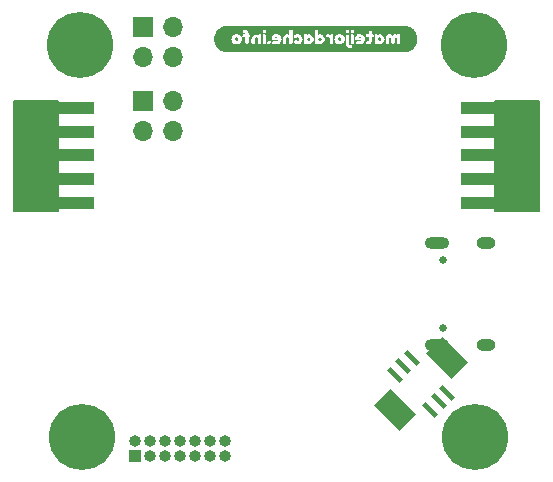
<source format=gbr>
%TF.GenerationSoftware,KiCad,Pcbnew,7.0.5-0*%
%TF.CreationDate,2023-07-12T10:20:26-04:00*%
%TF.ProjectId,stm32g431-mt6701-stspin233,73746d33-3267-4343-9331-2d6d74363730,rev?*%
%TF.SameCoordinates,Original*%
%TF.FileFunction,Soldermask,Bot*%
%TF.FilePolarity,Negative*%
%FSLAX46Y46*%
G04 Gerber Fmt 4.6, Leading zero omitted, Abs format (unit mm)*
G04 Created by KiCad (PCBNEW 7.0.5-0) date 2023-07-12 10:20:26*
%MOMM*%
%LPD*%
G01*
G04 APERTURE LIST*
G04 Aperture macros list*
%AMRotRect*
0 Rectangle, with rotation*
0 The origin of the aperture is its center*
0 $1 length*
0 $2 width*
0 $3 Rotation angle, in degrees counterclockwise*
0 Add horizontal line*
21,1,$1,$2,0,0,$3*%
G04 Aperture macros list end*
%ADD10C,0.150000*%
%ADD11C,5.600000*%
%ADD12R,1.000000X1.000000*%
%ADD13O,1.000000X1.000000*%
%ADD14C,0.650000*%
%ADD15O,2.100000X1.000000*%
%ADD16O,1.600000X1.000000*%
%ADD17R,4.000000X1.000000*%
%ADD18R,1.700000X1.700000*%
%ADD19O,1.700000X1.700000*%
%ADD20RotRect,0.400000X1.500000X45.000000*%
%ADD21RotRect,2.000000X3.000000X45.000000*%
%ADD22RotRect,0.400000X1.500000X225.000000*%
%ADD23RotRect,2.000000X3.000000X225.000000*%
G04 APERTURE END LIST*
D10*
X146800000Y-55350000D02*
X150525000Y-55350000D01*
X150525000Y-64700000D01*
X146800000Y-64700000D01*
X146800000Y-55350000D01*
G36*
X146800000Y-55350000D02*
G01*
X150525000Y-55350000D01*
X150525000Y-64700000D01*
X146800000Y-64700000D01*
X146800000Y-55350000D01*
G37*
X106050000Y-55375000D02*
X109800000Y-55375000D01*
X109800000Y-64725000D01*
X106050000Y-64725000D01*
X106050000Y-55375000D01*
G36*
X106050000Y-55375000D02*
G01*
X109800000Y-55375000D01*
X109800000Y-64725000D01*
X106050000Y-64725000D01*
X106050000Y-55375000D01*
G37*
%TO.C,kibuzzard-649DBE26*%
G36*
X135415556Y-49999588D02*
G01*
X135466356Y-50089281D01*
X135266331Y-50089281D01*
X135206006Y-50038481D01*
X135233788Y-49979744D01*
X135313163Y-49957519D01*
X135415556Y-49999588D01*
G37*
G36*
X128346419Y-49999588D02*
G01*
X128397219Y-50089281D01*
X128197194Y-50089281D01*
X128136869Y-50038481D01*
X128164650Y-49979744D01*
X128244025Y-49957519D01*
X128346419Y-49999588D01*
G37*
G36*
X137103863Y-50046419D02*
G01*
X137142756Y-50143256D01*
X137101481Y-50237713D01*
X137001469Y-50279781D01*
X136903838Y-50236919D01*
X136864944Y-50142463D01*
X136902250Y-50046419D01*
X137002263Y-50001969D01*
X137103863Y-50046419D01*
G37*
G36*
X132045294Y-50047213D02*
G01*
X132083394Y-50143256D01*
X132042119Y-50238506D01*
X131942106Y-50281369D01*
X131844475Y-50238506D01*
X131805581Y-50144050D01*
X131842887Y-50048006D01*
X131943694Y-50003556D01*
X132045294Y-50047213D01*
G37*
G36*
X131103112Y-50046419D02*
G01*
X131142006Y-50143256D01*
X131100731Y-50237713D01*
X131000719Y-50279781D01*
X130903087Y-50236919D01*
X130864194Y-50142463D01*
X130901500Y-50046419D01*
X131001512Y-50001969D01*
X131103112Y-50046419D01*
G37*
G36*
X133716931Y-50024194D02*
G01*
X133753841Y-50073208D01*
X133766144Y-50140875D01*
X133753444Y-50208344D01*
X133715344Y-50256763D01*
X133612156Y-50295656D01*
X133507381Y-50255969D01*
X133468091Y-50206756D01*
X133454994Y-50138494D01*
X133467297Y-50070628D01*
X133504206Y-50022606D01*
X133610569Y-49984506D01*
X133716931Y-50024194D01*
G37*
G36*
X124995206Y-50024194D02*
G01*
X125032116Y-50073208D01*
X125044419Y-50140875D01*
X125031719Y-50208344D01*
X124993619Y-50256763D01*
X124890431Y-50295656D01*
X124785656Y-50255969D01*
X124746366Y-50206756D01*
X124733269Y-50138494D01*
X124745572Y-50070628D01*
X124782481Y-50022606D01*
X124888844Y-49984506D01*
X124995206Y-50024194D01*
G37*
G36*
X139188744Y-49005146D02*
G01*
X139297978Y-49021349D01*
X139405097Y-49048181D01*
X139509071Y-49085383D01*
X139608898Y-49132598D01*
X139703616Y-49189370D01*
X139792313Y-49255152D01*
X139874136Y-49329312D01*
X139948296Y-49411134D01*
X140014078Y-49499832D01*
X140070850Y-49594550D01*
X140118065Y-49694377D01*
X140155267Y-49798351D01*
X140182099Y-49905470D01*
X140198302Y-50014704D01*
X140203721Y-50125000D01*
X140198302Y-50235296D01*
X140182099Y-50344530D01*
X140155267Y-50451649D01*
X140118065Y-50555623D01*
X140070850Y-50655450D01*
X140014078Y-50750168D01*
X139948296Y-50838866D01*
X139874136Y-50920688D01*
X139792313Y-50994848D01*
X139703616Y-51060630D01*
X139608898Y-51117402D01*
X139509071Y-51164617D01*
X139405097Y-51201819D01*
X139297978Y-51228651D01*
X139188744Y-51244854D01*
X139078448Y-51250273D01*
X138747719Y-51250273D01*
X137663456Y-51250273D01*
X136702225Y-51250273D01*
X136007694Y-51250273D01*
X135310781Y-51250273D01*
X134561481Y-51250273D01*
X133610569Y-51250273D01*
X132932706Y-51250273D01*
X131674613Y-51250273D01*
X130701475Y-51250273D01*
X130041869Y-51250273D01*
X128935381Y-51250273D01*
X128241644Y-51250273D01*
X127624900Y-51250273D01*
X127244694Y-51250273D01*
X126282669Y-51250273D01*
X125771494Y-51250273D01*
X124888844Y-51250273D01*
X124452281Y-51250273D01*
X124121552Y-51250273D01*
X124011256Y-51244854D01*
X123902022Y-51228651D01*
X123794903Y-51201819D01*
X123690929Y-51164617D01*
X123591102Y-51117402D01*
X123496384Y-51060630D01*
X123407687Y-50994848D01*
X123325864Y-50920688D01*
X123251704Y-50838866D01*
X123185922Y-50750168D01*
X123129150Y-50655450D01*
X123081935Y-50555623D01*
X123044733Y-50451649D01*
X123017901Y-50344530D01*
X123001698Y-50235296D01*
X122997098Y-50141669D01*
X124452281Y-50141669D01*
X124469347Y-50266089D01*
X124520544Y-50375825D01*
X124596148Y-50464725D01*
X124686437Y-50526638D01*
X124785855Y-50562952D01*
X124888844Y-50575056D01*
X124992031Y-50562158D01*
X125092044Y-50523463D01*
X125182730Y-50459566D01*
X125257937Y-50371063D01*
X125308539Y-50263708D01*
X125325406Y-50143256D01*
X125310590Y-50023665D01*
X125266140Y-49918890D01*
X125222126Y-49865444D01*
X125388906Y-49865444D01*
X125399225Y-49944025D01*
X125431769Y-49986094D01*
X125528606Y-50005144D01*
X125630206Y-49998794D01*
X125630206Y-50424244D01*
X125645287Y-50513938D01*
X125691325Y-50552831D01*
X125771494Y-50562356D01*
X125850075Y-50552037D01*
X125892144Y-50518700D01*
X125907225Y-50476631D01*
X125909606Y-50421069D01*
X126142969Y-50421069D01*
X126145350Y-50475838D01*
X126158844Y-50516319D01*
X126200912Y-50548466D01*
X126282669Y-50559181D01*
X126371569Y-50544497D01*
X126412844Y-50500444D01*
X126422369Y-50419481D01*
X126422369Y-50140081D01*
X126459675Y-50038481D01*
X126559687Y-50001969D01*
X126661287Y-50040069D01*
X126700181Y-50140081D01*
X126700181Y-50421069D01*
X126702562Y-50475838D01*
X126717644Y-50516319D01*
X126758522Y-50548466D01*
X126839881Y-50559181D01*
X126920447Y-50548466D01*
X126962119Y-50516319D01*
X126975612Y-50474250D01*
X126977856Y-50422656D01*
X127104994Y-50422656D01*
X127107375Y-50477425D01*
X127122456Y-50519494D01*
X127163334Y-50550450D01*
X127244694Y-50560769D01*
X127325259Y-50550053D01*
X127366931Y-50517906D01*
X127380425Y-50476631D01*
X127382806Y-50421069D01*
X127382806Y-50416306D01*
X127485994Y-50416306D01*
X127488375Y-50472663D01*
X127505044Y-50516319D01*
X127546914Y-50550847D01*
X127624900Y-50562356D01*
X127704672Y-50554816D01*
X127751900Y-50532194D01*
X127782856Y-50417894D01*
X127782856Y-50411544D01*
X127780475Y-50355981D01*
X127765394Y-50313119D01*
X127723523Y-50277400D01*
X127645537Y-50265494D01*
X127564377Y-50273828D01*
X127512981Y-50298831D01*
X127485994Y-50409956D01*
X127485994Y-50416306D01*
X127382806Y-50416306D01*
X127382806Y-50042450D01*
X127862231Y-50042450D01*
X127874336Y-50127381D01*
X127910650Y-50186912D01*
X128017806Y-50233744D01*
X128394044Y-50233744D01*
X128341656Y-50308356D01*
X128236881Y-50338519D01*
X128154728Y-50333756D01*
X128092419Y-50319469D01*
X128074956Y-50313119D01*
X128011456Y-50295656D01*
X127924144Y-50367094D01*
X127903506Y-50440119D01*
X127924640Y-50501932D01*
X127988041Y-50546084D01*
X128093709Y-50572576D01*
X128241644Y-50581406D01*
X128352570Y-50571286D01*
X128450400Y-50540925D01*
X128531561Y-50493895D01*
X128592481Y-50433769D01*
X128599413Y-50422656D01*
X128795681Y-50422656D01*
X128798062Y-50477425D01*
X128813144Y-50519494D01*
X128854022Y-50550450D01*
X128935381Y-50560769D01*
X129013962Y-50550450D01*
X129056031Y-50519494D01*
X129071112Y-50476631D01*
X129073494Y-50419481D01*
X129073494Y-50141669D01*
X129110006Y-50040069D01*
X129202875Y-50003556D01*
X129302094Y-50037687D01*
X129351306Y-50114681D01*
X129351306Y-50422656D01*
X129353687Y-50477425D01*
X129368769Y-50519494D01*
X129409647Y-50550450D01*
X129491006Y-50560769D01*
X129571572Y-50550053D01*
X129613244Y-50517906D01*
X129626737Y-50476631D01*
X129629119Y-50421069D01*
X129629119Y-50392494D01*
X129732306Y-50392494D01*
X129754134Y-50450834D01*
X129819619Y-50505206D01*
X129920425Y-50552831D01*
X130041869Y-50568706D01*
X130139059Y-50556888D01*
X130233780Y-50521434D01*
X130326031Y-50462344D01*
X130368751Y-50419481D01*
X130576856Y-50419481D01*
X130579237Y-50474250D01*
X130592731Y-50516319D01*
X130631030Y-50547275D01*
X130701475Y-50557594D01*
X130817362Y-50536163D01*
X130851494Y-50473456D01*
X130929877Y-50536559D01*
X131047550Y-50557594D01*
X131136891Y-50543659D01*
X131221822Y-50501855D01*
X131302344Y-50432181D01*
X131310575Y-50421069D01*
X131523006Y-50421069D01*
X131525387Y-50475838D01*
X131540469Y-50516319D01*
X131585911Y-50548466D01*
X131674613Y-50559181D01*
X131760536Y-50539734D01*
X131797644Y-50481394D01*
X131877416Y-50538544D01*
X131983381Y-50557594D01*
X132075809Y-50543747D01*
X132162592Y-50502208D01*
X132243731Y-50432975D01*
X132308995Y-50345310D01*
X132348153Y-50248472D01*
X132361206Y-50142463D01*
X132348065Y-50036365D01*
X132308642Y-49939263D01*
X132242937Y-49851156D01*
X132229954Y-49840044D01*
X132432644Y-49840044D01*
X132462806Y-49951169D01*
X132550119Y-50011494D01*
X132604887Y-49998794D01*
X132673944Y-49986094D01*
X132754112Y-50016256D01*
X132791419Y-50089281D01*
X132791419Y-50422656D01*
X132793800Y-50477425D01*
X132808881Y-50519494D01*
X132851744Y-50550450D01*
X132932706Y-50560769D01*
X133042244Y-50533781D01*
X133070819Y-50465519D01*
X133070819Y-50419481D01*
X133070819Y-50141669D01*
X133174006Y-50141669D01*
X133191072Y-50266089D01*
X133242269Y-50375825D01*
X133317873Y-50464725D01*
X133408163Y-50526638D01*
X133507580Y-50562952D01*
X133610569Y-50575056D01*
X133713756Y-50562158D01*
X133813769Y-50523463D01*
X133830668Y-50511556D01*
X134150319Y-50511556D01*
X134164606Y-50627091D01*
X134207469Y-50726045D01*
X134278906Y-50808419D01*
X134367453Y-50870155D01*
X134461645Y-50907197D01*
X134561481Y-50919544D01*
X134615456Y-50917163D01*
X134655144Y-50903669D01*
X134686100Y-50863584D01*
X134696419Y-50787781D01*
X134690069Y-50731074D01*
X134687886Y-50711581D01*
X134662288Y-50670306D01*
X134570213Y-50646494D01*
X134467819Y-50614744D01*
X134434481Y-50570294D01*
X134423369Y-50500444D01*
X134423369Y-50422656D01*
X134550369Y-50422656D01*
X134552750Y-50477425D01*
X134567831Y-50519494D01*
X134608709Y-50550450D01*
X134690069Y-50560769D01*
X134770634Y-50550053D01*
X134812306Y-50517906D01*
X134825800Y-50476631D01*
X134828181Y-50421069D01*
X134828181Y-50042450D01*
X134931369Y-50042450D01*
X134943473Y-50127381D01*
X134979788Y-50186912D01*
X135086944Y-50233744D01*
X135463181Y-50233744D01*
X135410794Y-50308356D01*
X135306019Y-50338519D01*
X135223866Y-50333756D01*
X135161556Y-50319469D01*
X135144094Y-50313119D01*
X135080594Y-50295656D01*
X134993281Y-50367094D01*
X134972644Y-50440119D01*
X134993777Y-50501932D01*
X135057178Y-50546084D01*
X135162846Y-50572576D01*
X135310781Y-50581406D01*
X135421708Y-50571286D01*
X135519538Y-50540925D01*
X135600698Y-50493895D01*
X135661619Y-50433769D01*
X135717181Y-50344692D01*
X135750519Y-50248913D01*
X135761631Y-50146431D01*
X135747256Y-50021989D01*
X135704128Y-49915362D01*
X135665012Y-49867031D01*
X135825131Y-49867031D01*
X135835847Y-49947597D01*
X135867994Y-49989269D01*
X135910063Y-50002763D01*
X135964831Y-50005144D01*
X136068019Y-49998794D01*
X136068019Y-50217869D01*
X136054525Y-50279781D01*
X136003725Y-50298831D01*
X135946575Y-50301213D01*
X135904506Y-50316294D01*
X135867994Y-50422656D01*
X135879106Y-50503222D01*
X135912444Y-50544894D01*
X135954513Y-50558388D01*
X136007694Y-50560769D01*
X136108941Y-50552478D01*
X136192549Y-50527608D01*
X136258519Y-50486156D01*
X136306144Y-50424949D01*
X136308001Y-50419481D01*
X136577606Y-50419481D01*
X136579988Y-50474250D01*
X136593481Y-50516319D01*
X136631780Y-50547275D01*
X136702225Y-50557594D01*
X136818113Y-50536163D01*
X136852244Y-50473456D01*
X136930627Y-50536559D01*
X137048300Y-50557594D01*
X137137641Y-50543659D01*
X137222572Y-50501855D01*
X137303094Y-50432181D01*
X137311325Y-50421069D01*
X137523756Y-50421069D01*
X137526138Y-50475838D01*
X137541219Y-50517906D01*
X137582097Y-50550053D01*
X137663456Y-50560769D01*
X137744022Y-50549656D01*
X137785694Y-50516319D01*
X137799188Y-50474250D01*
X137801569Y-50419481D01*
X137801569Y-50141669D01*
X137826175Y-50038084D01*
X137899994Y-50003556D01*
X137975400Y-50040069D01*
X137995244Y-50143256D01*
X137995244Y-50421069D01*
X137997625Y-50476631D01*
X138012706Y-50517906D01*
X138054775Y-50550053D01*
X138136531Y-50560769D01*
X138217097Y-50549656D01*
X138258769Y-50516319D01*
X138272263Y-50474250D01*
X138274644Y-50419481D01*
X138274644Y-50141669D01*
X138299250Y-50038084D01*
X138373069Y-50003556D01*
X138444506Y-50038084D01*
X138468319Y-50141669D01*
X138468319Y-50422656D01*
X138470700Y-50477425D01*
X138485781Y-50519494D01*
X138528644Y-50550450D01*
X138609606Y-50560769D01*
X138690172Y-50550053D01*
X138731844Y-50517906D01*
X138745338Y-50476631D01*
X138747719Y-50421069D01*
X138747719Y-49862269D01*
X138745338Y-49807500D01*
X138730256Y-49767019D01*
X138690172Y-49734872D01*
X138617544Y-49724156D01*
X138501656Y-49752731D01*
X138474669Y-49835281D01*
X138392516Y-49750747D01*
X138295281Y-49722569D01*
X138196503Y-49737915D01*
X138116070Y-49783952D01*
X138053981Y-49860681D01*
X138011913Y-49810675D01*
X137933331Y-49753525D01*
X137822206Y-49722569D01*
X137705525Y-49746977D01*
X137609481Y-49820200D01*
X137561856Y-49899487D01*
X137533281Y-50007172D01*
X137523756Y-50143256D01*
X137523756Y-50421069D01*
X137311325Y-50421069D01*
X137368358Y-50344075D01*
X137407516Y-50246973D01*
X137420569Y-50140875D01*
X137407428Y-50034865D01*
X137368005Y-49938028D01*
X137302300Y-49850362D01*
X137220897Y-49781130D01*
X137134378Y-49739590D01*
X137042744Y-49725744D01*
X136944319Y-49744794D01*
X136882406Y-49780513D01*
X136853831Y-49813056D01*
X136817716Y-49746381D01*
X136728419Y-49724156D01*
X136636344Y-49733681D01*
X136594275Y-49767019D01*
X136579988Y-49809087D01*
X136577606Y-49863856D01*
X136577606Y-50419481D01*
X136308001Y-50419481D01*
X136334719Y-50340812D01*
X136344244Y-50233744D01*
X136344244Y-49998794D01*
X136409331Y-50003556D01*
X136467275Y-49976569D01*
X136490294Y-49884494D01*
X136482356Y-49790037D01*
X136460131Y-49747969D01*
X136396631Y-49727331D01*
X136344244Y-49733681D01*
X136344244Y-49570169D01*
X136341863Y-49516194D01*
X136326781Y-49478094D01*
X136285903Y-49448328D01*
X136204544Y-49438406D01*
X136118422Y-49453091D01*
X136075956Y-49497144D01*
X136068019Y-49578106D01*
X136068019Y-49733681D01*
X135962450Y-49727331D01*
X135908475Y-49729713D01*
X135866406Y-49744794D01*
X135835450Y-49785672D01*
X135825131Y-49867031D01*
X135665012Y-49867031D01*
X135632250Y-49826550D01*
X135538852Y-49759963D01*
X135431167Y-49720011D01*
X135309194Y-49706694D01*
X135206205Y-49716417D01*
X135117900Y-49745587D01*
X135044280Y-49794205D01*
X134985344Y-49862269D01*
X134944863Y-49948589D01*
X134931369Y-50042450D01*
X134828181Y-50042450D01*
X134828181Y-49863856D01*
X134825800Y-49809087D01*
X134812306Y-49767019D01*
X134770238Y-49736063D01*
X134689275Y-49725844D01*
X134688481Y-49725744D01*
X134580531Y-49752731D01*
X134551956Y-49820994D01*
X134550369Y-49867031D01*
X134550369Y-50422656D01*
X134423369Y-50422656D01*
X134423369Y-49846394D01*
X134408288Y-49764638D01*
X134363838Y-49728919D01*
X134288431Y-49719779D01*
X134285256Y-49719394D01*
X134207469Y-49728919D01*
X134166988Y-49761463D01*
X134152700Y-49802737D01*
X134150319Y-49857506D01*
X134150319Y-50511556D01*
X133830668Y-50511556D01*
X133904455Y-50459566D01*
X133979663Y-50371063D01*
X134030264Y-50263708D01*
X134047131Y-50143256D01*
X134032315Y-50023665D01*
X133987865Y-49918890D01*
X133913781Y-49828931D01*
X133820648Y-49760140D01*
X133719048Y-49718865D01*
X133608981Y-49705106D01*
X133499091Y-49718776D01*
X133398020Y-49759787D01*
X133305769Y-49828137D01*
X133232567Y-49917655D01*
X133188647Y-50022165D01*
X133174006Y-50141669D01*
X133070819Y-50141669D01*
X133070819Y-49862269D01*
X133068438Y-49807500D01*
X133054944Y-49767019D01*
X133012875Y-49734872D01*
X132931119Y-49724156D01*
X132853728Y-49733284D01*
X132812056Y-49760669D01*
X132794594Y-49813056D01*
X132771575Y-49786069D01*
X132707281Y-49743206D01*
X132620763Y-49716219D01*
X132558056Y-49720188D01*
X132502494Y-49733681D01*
X132452488Y-49766225D01*
X132432644Y-49840044D01*
X132229954Y-49840044D01*
X132161534Y-49781483D01*
X132075015Y-49739678D01*
X131983381Y-49725744D01*
X131879003Y-49745587D01*
X131800819Y-49805119D01*
X131800819Y-49476506D01*
X134150319Y-49476506D01*
X134152700Y-49528894D01*
X134167781Y-49568581D01*
X134209850Y-49599537D01*
X134288431Y-49608269D01*
X134366219Y-49598744D01*
X134406700Y-49566200D01*
X134420988Y-49524925D01*
X134423231Y-49473331D01*
X134550369Y-49473331D01*
X134552750Y-49528100D01*
X134567038Y-49569375D01*
X134609106Y-49601919D01*
X134689275Y-49611444D01*
X134769444Y-49601919D01*
X134811513Y-49568581D01*
X134825800Y-49526512D01*
X134828181Y-49471744D01*
X134825800Y-49416975D01*
X134812306Y-49376494D01*
X134770238Y-49344347D01*
X134688481Y-49333631D01*
X134608313Y-49344347D01*
X134567831Y-49376494D01*
X134552750Y-49418563D01*
X134550369Y-49473331D01*
X134423231Y-49473331D01*
X134423369Y-49470156D01*
X134420988Y-49416181D01*
X134407494Y-49376494D01*
X134365822Y-49345537D01*
X134285256Y-49335219D01*
X134207866Y-49345537D01*
X134166194Y-49376494D01*
X134152700Y-49414594D01*
X134150319Y-49466981D01*
X134150319Y-49476506D01*
X131800819Y-49476506D01*
X131800819Y-49471744D01*
X131798438Y-49416975D01*
X131784150Y-49375700D01*
X131742081Y-49343156D01*
X131661912Y-49333631D01*
X131581744Y-49343156D01*
X131539675Y-49376494D01*
X131525387Y-49418563D01*
X131523006Y-49473331D01*
X131523006Y-50421069D01*
X131310575Y-50421069D01*
X131367608Y-50344075D01*
X131406766Y-50246973D01*
X131419819Y-50140875D01*
X131406678Y-50034865D01*
X131367255Y-49938028D01*
X131301550Y-49850362D01*
X131220147Y-49781130D01*
X131133628Y-49739590D01*
X131041994Y-49725744D01*
X130943569Y-49744794D01*
X130881656Y-49780513D01*
X130853081Y-49813056D01*
X130816966Y-49746381D01*
X130727669Y-49724156D01*
X130635594Y-49733681D01*
X130593525Y-49767019D01*
X130579237Y-49809087D01*
X130576856Y-49863856D01*
X130576856Y-50419481D01*
X130368751Y-50419481D01*
X130385166Y-50403011D01*
X130432394Y-50326613D01*
X130463350Y-50237316D01*
X130473669Y-50139288D01*
X130463350Y-50041656D01*
X130432394Y-49953550D01*
X130385166Y-49878342D01*
X130326031Y-49819406D01*
X130236249Y-49761198D01*
X130142587Y-49726273D01*
X130045044Y-49714631D01*
X129927569Y-49731300D01*
X129843431Y-49763844D01*
X129818031Y-49779719D01*
X129773581Y-49809881D01*
X129732306Y-49882113D01*
X129765644Y-49973394D01*
X129821603Y-50038878D01*
X129875181Y-50060706D01*
X129960906Y-50025781D01*
X130042662Y-49998794D01*
X130141881Y-50036894D01*
X130187919Y-50142463D01*
X130143469Y-50247237D01*
X130049012Y-50284544D01*
X129955350Y-50255175D01*
X129884706Y-50225806D01*
X129831922Y-50246841D01*
X129768819Y-50309944D01*
X129732306Y-50392494D01*
X129629119Y-50392494D01*
X129629119Y-49471744D01*
X129626737Y-49416975D01*
X129613244Y-49376494D01*
X129571175Y-49344347D01*
X129489419Y-49333631D01*
X129409250Y-49344347D01*
X129368769Y-49376494D01*
X129353687Y-49418563D01*
X129351306Y-49473331D01*
X129351306Y-49824169D01*
X129265184Y-49751541D01*
X129165569Y-49727331D01*
X129065644Y-49740737D01*
X128977538Y-49780953D01*
X128901250Y-49847981D01*
X128842601Y-49934412D01*
X128807411Y-50032837D01*
X128795681Y-50143256D01*
X128795681Y-50422656D01*
X128599413Y-50422656D01*
X128648044Y-50344692D01*
X128681381Y-50248913D01*
X128692494Y-50146431D01*
X128678118Y-50021989D01*
X128634991Y-49915362D01*
X128563112Y-49826550D01*
X128469715Y-49759963D01*
X128362029Y-49720011D01*
X128240056Y-49706694D01*
X128137067Y-49716417D01*
X128048762Y-49745587D01*
X127975142Y-49794205D01*
X127916206Y-49862269D01*
X127875725Y-49948589D01*
X127862231Y-50042450D01*
X127382806Y-50042450D01*
X127382806Y-49863856D01*
X127380425Y-49809087D01*
X127366931Y-49767019D01*
X127324862Y-49736063D01*
X127243900Y-49725844D01*
X127243106Y-49725744D01*
X127135156Y-49752731D01*
X127106581Y-49820994D01*
X127104994Y-49867031D01*
X127104994Y-50422656D01*
X126977856Y-50422656D01*
X126977994Y-50419481D01*
X126977994Y-49857506D01*
X126975612Y-49804325D01*
X126960531Y-49763844D01*
X126918859Y-49734078D01*
X126838294Y-49724156D01*
X126760109Y-49733284D01*
X126719231Y-49760669D01*
X126703356Y-49825756D01*
X126674781Y-49794006D01*
X126631919Y-49760669D01*
X126512856Y-49724156D01*
X126412932Y-49737650D01*
X126324826Y-49778131D01*
X126248537Y-49845600D01*
X126189888Y-49932472D01*
X126154699Y-50031161D01*
X126142969Y-50141669D01*
X126142969Y-50421069D01*
X125909606Y-50421069D01*
X125909606Y-50000381D01*
X125966756Y-50000381D01*
X126025494Y-49981331D01*
X126055656Y-49865444D01*
X126032241Y-49767813D01*
X125961994Y-49735269D01*
X125909606Y-49735269D01*
X125909606Y-49651131D01*
X125887778Y-49534648D01*
X125849527Y-49473331D01*
X127104994Y-49473331D01*
X127107375Y-49528100D01*
X127121662Y-49569375D01*
X127163731Y-49601919D01*
X127243900Y-49611444D01*
X127324069Y-49601919D01*
X127366137Y-49568581D01*
X127380425Y-49526512D01*
X127382806Y-49471744D01*
X127380425Y-49416975D01*
X127366931Y-49376494D01*
X127324862Y-49344347D01*
X127243106Y-49333631D01*
X127162937Y-49344347D01*
X127122456Y-49376494D01*
X127107375Y-49418563D01*
X127104994Y-49473331D01*
X125849527Y-49473331D01*
X125822294Y-49429675D01*
X125755442Y-49374553D01*
X125671305Y-49341481D01*
X125569881Y-49330456D01*
X125515112Y-49332837D01*
X125473044Y-49347919D01*
X125440897Y-49388797D01*
X125430181Y-49470156D01*
X125457169Y-49579694D01*
X125527019Y-49608269D01*
X125571469Y-49608269D01*
X125630206Y-49647956D01*
X125630206Y-49735269D01*
X125527019Y-49725744D01*
X125440103Y-49740825D01*
X125398431Y-49786069D01*
X125388906Y-49865444D01*
X125222126Y-49865444D01*
X125192056Y-49828931D01*
X125098923Y-49760140D01*
X124997323Y-49718865D01*
X124887256Y-49705106D01*
X124777366Y-49718776D01*
X124676295Y-49759787D01*
X124584044Y-49828137D01*
X124510842Y-49917655D01*
X124466922Y-50022165D01*
X124452281Y-50141669D01*
X122997098Y-50141669D01*
X122996279Y-50125000D01*
X123001698Y-50014704D01*
X123017901Y-49905470D01*
X123044733Y-49798351D01*
X123081935Y-49694377D01*
X123129150Y-49594550D01*
X123185922Y-49499832D01*
X123251704Y-49411134D01*
X123325864Y-49329312D01*
X123407687Y-49255152D01*
X123496384Y-49189370D01*
X123591102Y-49132598D01*
X123690929Y-49085383D01*
X123794903Y-49048181D01*
X123902022Y-49021349D01*
X124011256Y-49005146D01*
X124121552Y-48999727D01*
X124452281Y-48999727D01*
X138747719Y-48999727D01*
X139078448Y-48999727D01*
X139188744Y-49005146D01*
G37*
%TD*%
D11*
%TO.C,H104*%
X145075000Y-83875000D03*
%TD*%
D12*
%TO.C,J201*%
X116275000Y-85475000D03*
D13*
X116275000Y-84205000D03*
X117545000Y-85475000D03*
X117545000Y-84205000D03*
X118815000Y-85475000D03*
X118815000Y-84205000D03*
X120085000Y-85475000D03*
X120085000Y-84205000D03*
X121355000Y-85475000D03*
X121355000Y-84205000D03*
X122625000Y-85475000D03*
X122625000Y-84205000D03*
X123895000Y-85475000D03*
X123895000Y-84205000D03*
%TD*%
D11*
%TO.C,H101*%
X144950000Y-50650000D03*
%TD*%
D14*
%TO.C,J601*%
X142375000Y-74590000D03*
X142375000Y-68810000D03*
D15*
X141845000Y-76020000D03*
D16*
X146025000Y-76020000D03*
D15*
X141845000Y-67380000D03*
D16*
X146025000Y-67380000D03*
%TD*%
D11*
%TO.C,H102*%
X111600000Y-50625000D03*
%TD*%
%TO.C,H103*%
X111800000Y-83800000D03*
%TD*%
D17*
%TO.C,J104*%
X110833200Y-64002800D03*
X110833200Y-62002800D03*
X110833200Y-60002800D03*
X110833200Y-58002800D03*
X110833200Y-56002800D03*
%TD*%
D18*
%TO.C,J101*%
X116985000Y-49135000D03*
D19*
X119525000Y-49135000D03*
X116985000Y-51675000D03*
X119525000Y-51675000D03*
%TD*%
D18*
%TO.C,J102*%
X116985000Y-55425000D03*
D19*
X119525000Y-55425000D03*
X116985000Y-57965000D03*
X119525000Y-57965000D03*
%TD*%
D20*
%TO.C,J109*%
X142707107Y-80117893D03*
X142000000Y-80825000D03*
X141292893Y-81532107D03*
D21*
X138296882Y-81538471D03*
X142713471Y-77121882D03*
%TD*%
D22*
%TO.C,J110*%
X138310102Y-78546134D03*
X139017209Y-77839027D03*
X139724316Y-77131920D03*
D23*
X142720327Y-77125556D03*
X138303738Y-81542145D03*
%TD*%
D17*
%TO.C,J103*%
X145825000Y-64000000D03*
X145825000Y-62000000D03*
X145825000Y-60000000D03*
X145825000Y-58000000D03*
X145825000Y-56000000D03*
%TD*%
M02*

</source>
